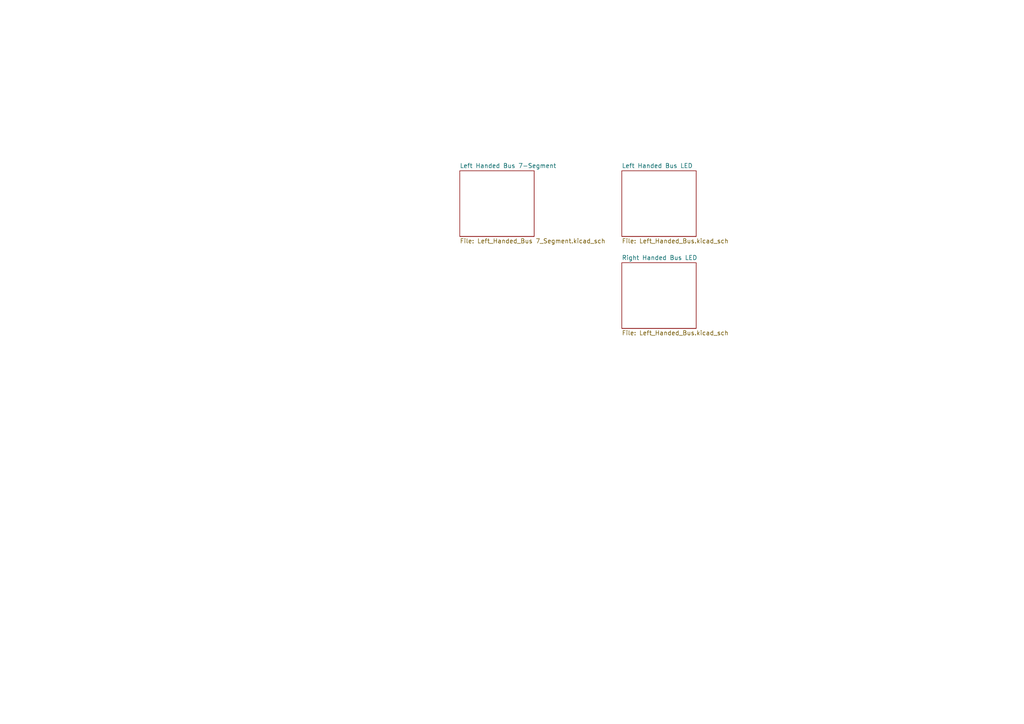
<source format=kicad_sch>
(kicad_sch (version 20211123) (generator eeschema)
  (paper "A4")
  (lib_symbols)
  (sheet (at 133.35 49.53) (size 21.59 19.05) (stroke (width 0.1524))
    (property "Sheet name" "Left Handed Bus 7-Segment" (at 133.35 48.8184 0) (effects (justify left bottom)))
    (property "Sheet file" "Left_Handed_Bus 7_Segment.kicad_sch" (at 133.35 69.1646 0) (effects (justify left top)))
  )
  (sheet (at 180.34 76.2) (size 21.59 19.05) (stroke (width 0.1524))
    (property "Sheet name" "Right Handed Bus LED" (at 180.34 75.4884 0) (effects (justify left bottom)))
    (property "Sheet file" "Left_Handed_Bus.kicad_sch" (at 180.34 95.8346 0) (effects (justify left top)))
  )
  (sheet (at 180.34 49.53) (size 21.59 19.05) (stroke (width 0.1524))
    (property "Sheet name" "Left Handed Bus LED" (at 180.34 48.8184 0) (effects (justify left bottom)))
    (property "Sheet file" "Left_Handed_Bus.kicad_sch" (at 180.34 69.1646 0) (effects (justify left top)))
  )
)
</source>
